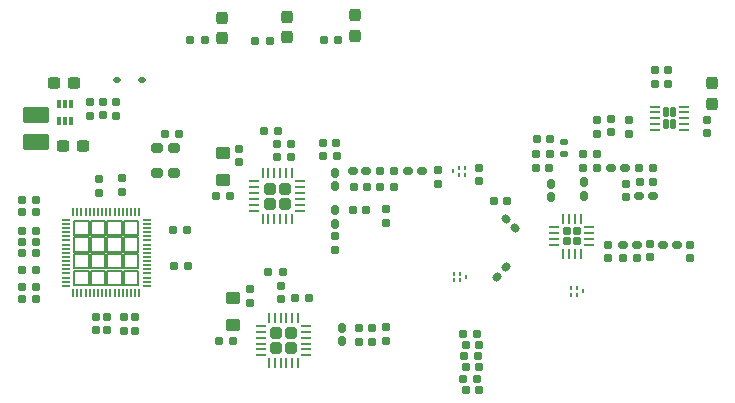
<source format=gbr>
%TF.GenerationSoftware,KiCad,Pcbnew,9.0.1-9.0.1-0~ubuntu24.04.1*%
%TF.CreationDate,2025-04-20T16:10:43+07:00*%
%TF.ProjectId,Gateway PCB v2,47617465-7761-4792-9050-43422076322e,rev?*%
%TF.SameCoordinates,Original*%
%TF.FileFunction,Paste,Top*%
%TF.FilePolarity,Positive*%
%FSLAX46Y46*%
G04 Gerber Fmt 4.6, Leading zero omitted, Abs format (unit mm)*
G04 Created by KiCad (PCBNEW 9.0.1-9.0.1-0~ubuntu24.04.1) date 2025-04-20 16:10:43*
%MOMM*%
%LPD*%
G01*
G04 APERTURE LIST*
G04 Aperture macros list*
%AMRoundRect*
0 Rectangle with rounded corners*
0 $1 Rounding radius*
0 $2 $3 $4 $5 $6 $7 $8 $9 X,Y pos of 4 corners*
0 Add a 4 corners polygon primitive as box body*
4,1,4,$2,$3,$4,$5,$6,$7,$8,$9,$2,$3,0*
0 Add four circle primitives for the rounded corners*
1,1,$1+$1,$2,$3*
1,1,$1+$1,$4,$5*
1,1,$1+$1,$6,$7*
1,1,$1+$1,$8,$9*
0 Add four rect primitives between the rounded corners*
20,1,$1+$1,$2,$3,$4,$5,0*
20,1,$1+$1,$4,$5,$6,$7,0*
20,1,$1+$1,$6,$7,$8,$9,0*
20,1,$1+$1,$8,$9,$2,$3,0*%
G04 Aperture macros list end*
%ADD10C,0.152400*%
%ADD11RoundRect,0.250000X-0.350000X0.275000X-0.350000X-0.275000X0.350000X-0.275000X0.350000X0.275000X0*%
%ADD12RoundRect,0.155000X-0.155000X0.212500X-0.155000X-0.212500X0.155000X-0.212500X0.155000X0.212500X0*%
%ADD13RoundRect,0.160000X-0.197500X-0.160000X0.197500X-0.160000X0.197500X0.160000X-0.197500X0.160000X0*%
%ADD14RoundRect,0.155000X-0.212500X-0.155000X0.212500X-0.155000X0.212500X0.155000X-0.212500X0.155000X0*%
%ADD15RoundRect,0.147500X0.172500X-0.147500X0.172500X0.147500X-0.172500X0.147500X-0.172500X-0.147500X0*%
%ADD16R,0.250000X0.325000*%
%ADD17RoundRect,0.250001X-0.849999X0.462499X-0.849999X-0.462499X0.849999X-0.462499X0.849999X0.462499X0*%
%ADD18RoundRect,0.155000X0.212500X0.155000X-0.212500X0.155000X-0.212500X-0.155000X0.212500X-0.155000X0*%
%ADD19RoundRect,0.250000X-0.255000X0.255000X-0.255000X-0.255000X0.255000X-0.255000X0.255000X0.255000X0*%
%ADD20RoundRect,0.062500X-0.062500X0.375000X-0.062500X-0.375000X0.062500X-0.375000X0.062500X0.375000X0*%
%ADD21RoundRect,0.062500X-0.375000X0.062500X-0.375000X-0.062500X0.375000X-0.062500X0.375000X0.062500X0*%
%ADD22RoundRect,0.237500X-0.237500X0.287500X-0.237500X-0.287500X0.237500X-0.287500X0.237500X0.287500X0*%
%ADD23RoundRect,0.237500X0.300000X0.237500X-0.300000X0.237500X-0.300000X-0.237500X0.300000X-0.237500X0*%
%ADD24RoundRect,0.160000X0.160000X-0.222500X0.160000X0.222500X-0.160000X0.222500X-0.160000X-0.222500X0*%
%ADD25RoundRect,0.155000X-0.040659X-0.259862X0.259862X0.040659X0.040659X0.259862X-0.259862X-0.040659X0*%
%ADD26RoundRect,0.160000X0.160000X-0.197500X0.160000X0.197500X-0.160000X0.197500X-0.160000X-0.197500X0*%
%ADD27RoundRect,0.155000X0.155000X-0.212500X0.155000X0.212500X-0.155000X0.212500X-0.155000X-0.212500X0*%
%ADD28RoundRect,0.160000X-0.222500X-0.160000X0.222500X-0.160000X0.222500X0.160000X-0.222500X0.160000X0*%
%ADD29RoundRect,0.120000X-0.120000X-0.285000X0.120000X-0.285000X0.120000X0.285000X-0.120000X0.285000X0*%
%ADD30RoundRect,0.062500X-0.350000X-0.062500X0.350000X-0.062500X0.350000X0.062500X-0.350000X0.062500X0*%
%ADD31RoundRect,0.237500X-0.237500X0.300000X-0.237500X-0.300000X0.237500X-0.300000X0.237500X0.300000X0*%
%ADD32RoundRect,0.155000X-0.259862X0.040659X0.040659X-0.259862X0.259862X-0.040659X-0.040659X0.259862X0*%
%ADD33RoundRect,0.200000X-0.300000X-0.200000X0.300000X-0.200000X0.300000X0.200000X-0.300000X0.200000X0*%
%ADD34RoundRect,0.112500X-0.187500X-0.112500X0.187500X-0.112500X0.187500X0.112500X-0.187500X0.112500X0*%
%ADD35RoundRect,0.177500X-0.177500X-0.177500X0.177500X-0.177500X0.177500X0.177500X-0.177500X0.177500X0*%
%ADD36RoundRect,0.062500X-0.325000X-0.062500X0.325000X-0.062500X0.325000X0.062500X-0.325000X0.062500X0*%
%ADD37RoundRect,0.062500X-0.062500X-0.325000X0.062500X-0.325000X0.062500X0.325000X-0.062500X0.325000X0*%
%ADD38R,0.736600X0.177800*%
%ADD39R,0.762000X0.177800*%
%ADD40R,0.177800X0.736600*%
%ADD41R,0.177800X0.762000*%
%ADD42RoundRect,0.160000X0.197500X0.160000X-0.197500X0.160000X-0.197500X-0.160000X0.197500X-0.160000X0*%
%ADD43RoundRect,0.160000X-0.160000X0.222500X-0.160000X-0.222500X0.160000X-0.222500X0.160000X0.222500X0*%
%ADD44RoundRect,0.087500X-0.087500X0.250000X-0.087500X-0.250000X0.087500X-0.250000X0.087500X0.250000X0*%
%ADD45RoundRect,0.160000X-0.160000X0.197500X-0.160000X-0.197500X0.160000X-0.197500X0.160000X0.197500X0*%
G04 APERTURE END LIST*
D10*
%TO.C,U1*%
X77020800Y-80475800D02*
X77020800Y-81679150D01*
X77020800Y-81679150D02*
X78224150Y-81679150D01*
X77020800Y-81879150D02*
X77020800Y-83082500D01*
X77020800Y-83082500D02*
X78224150Y-83082500D01*
X77020800Y-83282500D02*
X77020800Y-84485850D01*
X77020800Y-84485850D02*
X78224150Y-84485850D01*
X77020800Y-84685850D02*
X77020800Y-85889200D01*
X77020800Y-85889200D02*
X78224150Y-85889200D01*
X78224150Y-80475800D02*
X77020800Y-80475800D01*
X78224150Y-81679150D02*
X78224150Y-80475800D01*
X78224150Y-81879150D02*
X77020800Y-81879150D01*
X78224150Y-83082500D02*
X78224150Y-81879150D01*
X78224150Y-83282500D02*
X77020800Y-83282500D01*
X78224150Y-84485850D02*
X78224150Y-83282500D01*
X78224150Y-84685850D02*
X77020800Y-84685850D01*
X78224150Y-85889200D02*
X78224150Y-84685850D01*
X78424150Y-80475800D02*
X78424150Y-81679150D01*
X78424150Y-81679150D02*
X79627500Y-81679150D01*
X78424150Y-81879150D02*
X78424150Y-83082500D01*
X78424150Y-83082500D02*
X79627500Y-83082500D01*
X78424150Y-83282500D02*
X78424150Y-84485850D01*
X78424150Y-84485850D02*
X79627500Y-84485850D01*
X78424150Y-84685850D02*
X78424150Y-85889200D01*
X78424150Y-85889200D02*
X79627500Y-85889200D01*
X79627500Y-80475800D02*
X78424150Y-80475800D01*
X79627500Y-81679150D02*
X79627500Y-80475800D01*
X79627500Y-81879150D02*
X78424150Y-81879150D01*
X79627500Y-83082500D02*
X79627500Y-81879150D01*
X79627500Y-83282500D02*
X78424150Y-83282500D01*
X79627500Y-84485850D02*
X79627500Y-83282500D01*
X79627500Y-84685850D02*
X78424150Y-84685850D01*
X79627500Y-85889200D02*
X79627500Y-84685850D01*
X79827500Y-80475800D02*
X79827500Y-81679150D01*
X79827500Y-81679150D02*
X81030850Y-81679150D01*
X79827500Y-81879150D02*
X79827500Y-83082500D01*
X79827500Y-83082500D02*
X81030850Y-83082500D01*
X79827500Y-83282500D02*
X79827500Y-84485850D01*
X79827500Y-84485850D02*
X81030850Y-84485850D01*
X79827500Y-84685850D02*
X79827500Y-85889200D01*
X79827500Y-85889200D02*
X81030850Y-85889200D01*
X81030850Y-80475800D02*
X79827500Y-80475800D01*
X81030850Y-81679150D02*
X81030850Y-80475800D01*
X81030850Y-81879150D02*
X79827500Y-81879150D01*
X81030850Y-83082500D02*
X81030850Y-81879150D01*
X81030850Y-83282500D02*
X79827500Y-83282500D01*
X81030850Y-84485850D02*
X81030850Y-83282500D01*
X81030850Y-84685850D02*
X79827500Y-84685850D01*
X81030850Y-85889200D02*
X81030850Y-84685850D01*
X81230850Y-80475800D02*
X81230850Y-81679150D01*
X81230850Y-81679150D02*
X82434200Y-81679150D01*
X81230850Y-81879150D02*
X81230850Y-83082500D01*
X81230850Y-83082500D02*
X82434200Y-83082500D01*
X81230850Y-83282500D02*
X81230850Y-84485850D01*
X81230850Y-84485850D02*
X82434200Y-84485850D01*
X81230850Y-84685850D02*
X81230850Y-85889200D01*
X81230850Y-85889200D02*
X82434200Y-85889200D01*
X82434200Y-80475800D02*
X81230850Y-80475800D01*
X82434200Y-81679150D02*
X82434200Y-80475800D01*
X82434200Y-81879150D02*
X81230850Y-81879150D01*
X82434200Y-83082500D02*
X82434200Y-81879150D01*
X82434200Y-83282500D02*
X81230850Y-83282500D01*
X82434200Y-84485850D02*
X82434200Y-83282500D01*
X82434200Y-84685850D02*
X81230850Y-84685850D01*
X82434200Y-85889200D02*
X82434200Y-84685850D01*
%TD*%
D11*
%TO.C,L10*%
X90462500Y-87012500D03*
X90462500Y-89312500D03*
%TD*%
D12*
%TO.C,C45*%
X82127500Y-88655000D03*
X82127500Y-89790000D03*
%TD*%
D13*
%TO.C,R8*%
X72587500Y-84645000D03*
X73782500Y-84645000D03*
%TD*%
D14*
%TO.C,C35*%
X110190000Y-90977500D03*
X111325000Y-90977500D03*
%TD*%
D15*
%TO.C,FL4*%
X118507500Y-74780000D03*
X118507500Y-73810000D03*
%TD*%
D12*
%TO.C,C22*%
X125750000Y-82445000D03*
X125750000Y-83580000D03*
%TD*%
D13*
%TO.C,R11*%
X109980000Y-91930000D03*
X111175000Y-91930000D03*
%TD*%
D16*
%TO.C,FL2*%
X109085000Y-76282500D03*
X109585000Y-76570000D03*
X110085000Y-76570000D03*
X110085000Y-75995000D03*
X109585000Y-75995000D03*
%TD*%
D17*
%TO.C,PL1*%
X73787500Y-71487500D03*
X73787500Y-73812500D03*
%TD*%
D13*
%TO.C,R9*%
X109950000Y-90045000D03*
X111145000Y-90045000D03*
%TD*%
D18*
%TO.C,C48*%
X73757500Y-87097500D03*
X72622500Y-87097500D03*
%TD*%
D19*
%TO.C,U3*%
X95362500Y-89992500D03*
X94112500Y-89992500D03*
X95362500Y-91242500D03*
X94112500Y-91242500D03*
D20*
X95987500Y-88680000D03*
X95487500Y-88680000D03*
X94987500Y-88680000D03*
X94487500Y-88680000D03*
X93987500Y-88680000D03*
X93487500Y-88680000D03*
D21*
X92800000Y-89367500D03*
X92800000Y-89867500D03*
X92800000Y-90367500D03*
X92800000Y-90867500D03*
X92800000Y-91367500D03*
X92800000Y-91867500D03*
D20*
X93487500Y-92555000D03*
X93987500Y-92555000D03*
X94487500Y-92555000D03*
X94987500Y-92555000D03*
X95487500Y-92555000D03*
X95987500Y-92555000D03*
D21*
X96675000Y-91867500D03*
X96675000Y-91367500D03*
X96675000Y-90867500D03*
X96675000Y-90367500D03*
X96675000Y-89867500D03*
X96675000Y-89367500D03*
%TD*%
D22*
%TO.C,D3*%
X89500000Y-63270000D03*
X89500000Y-65020000D03*
%TD*%
D23*
%TO.C,C40*%
X77800000Y-74145000D03*
X76075000Y-74145000D03*
%TD*%
D18*
%TO.C,C52*%
X73765000Y-81306250D03*
X72630000Y-81306250D03*
%TD*%
D24*
%TO.C,L14*%
X120207500Y-78365000D03*
X120207500Y-77220000D03*
%TD*%
D25*
%TO.C,C34*%
X112786217Y-85212500D03*
X113588783Y-84409934D03*
%TD*%
D18*
%TO.C,C50*%
X73767500Y-86087500D03*
X72632500Y-86087500D03*
%TD*%
D13*
%TO.C,R18*%
X72587500Y-83232300D03*
X73782500Y-83232300D03*
%TD*%
D14*
%TO.C,C4*%
X102920000Y-77580000D03*
X104055000Y-77580000D03*
%TD*%
%TO.C,C3*%
X100700000Y-77580000D03*
X101835000Y-77580000D03*
%TD*%
%TO.C,C13*%
X101095000Y-89542500D03*
X102230000Y-89542500D03*
%TD*%
D26*
%TO.C,R15*%
X123987500Y-73110000D03*
X123987500Y-71915000D03*
%TD*%
D27*
%TO.C,C53*%
X81087500Y-78012875D03*
X81087500Y-76877875D03*
%TD*%
D14*
%TO.C,C54*%
X85487500Y-84312500D03*
X86622500Y-84312500D03*
%TD*%
D27*
%TO.C,C57*%
X99087500Y-82927500D03*
X99087500Y-81792500D03*
%TD*%
D18*
%TO.C,C19*%
X117277500Y-74780000D03*
X116142500Y-74780000D03*
%TD*%
%TO.C,C20*%
X117307500Y-73580000D03*
X116172500Y-73580000D03*
%TD*%
D14*
%TO.C,C26*%
X120120000Y-75980000D03*
X121255000Y-75980000D03*
%TD*%
D28*
%TO.C,L4*%
X105315000Y-76280000D03*
X106460000Y-76280000D03*
%TD*%
D27*
%TO.C,C60*%
X91887500Y-87412500D03*
X91887500Y-86277500D03*
%TD*%
D14*
%TO.C,C2*%
X98080000Y-73880000D03*
X99215000Y-73880000D03*
%TD*%
D13*
%TO.C,R10*%
X109940000Y-93845000D03*
X111135000Y-93845000D03*
%TD*%
D12*
%TO.C,C14*%
X103387500Y-89485000D03*
X103387500Y-90620000D03*
%TD*%
D13*
%TO.C,R16*%
X72570001Y-79714000D03*
X73765001Y-79714000D03*
%TD*%
D14*
%TO.C,C46*%
X85413250Y-81212500D03*
X86548250Y-81212500D03*
%TD*%
%TO.C,C24*%
X123515000Y-83662500D03*
X124650000Y-83662500D03*
%TD*%
D27*
%TO.C,C42*%
X122487500Y-72980000D03*
X122487500Y-71845000D03*
%TD*%
D14*
%TO.C,C17*%
X95727500Y-87042500D03*
X96862500Y-87042500D03*
%TD*%
D27*
%TO.C,C10*%
X90987500Y-75500000D03*
X90987500Y-74365000D03*
%TD*%
D29*
%TO.C,U6*%
X127115000Y-71305000D03*
X127115000Y-72305000D03*
X127715000Y-71305000D03*
X127715000Y-72305000D03*
D30*
X126202500Y-70805000D03*
X126202500Y-71305000D03*
X126202500Y-71805000D03*
X126202500Y-72305000D03*
X126202500Y-72805000D03*
X128627500Y-72805000D03*
X128627500Y-72305000D03*
X128627500Y-71805000D03*
X128627500Y-71305000D03*
X128627500Y-70805000D03*
%TD*%
D26*
%TO.C,R14*%
X121290000Y-73110000D03*
X121290000Y-71915000D03*
%TD*%
D14*
%TO.C,C25*%
X120120000Y-74780000D03*
X121255000Y-74780000D03*
%TD*%
D18*
%TO.C,C8*%
X90175000Y-78412500D03*
X89040000Y-78412500D03*
%TD*%
D31*
%TO.C,C38*%
X130987500Y-68850000D03*
X130987500Y-70575000D03*
%TD*%
D16*
%TO.C,FL3*%
X110202500Y-85230000D03*
X109702500Y-84942500D03*
X109202500Y-84942500D03*
X109202500Y-85517500D03*
X109702500Y-85517500D03*
%TD*%
D12*
%TO.C,C30*%
X111287500Y-76012500D03*
X111287500Y-77147500D03*
%TD*%
D27*
%TO.C,C9*%
X95387500Y-75067500D03*
X95387500Y-73932500D03*
%TD*%
D14*
%TO.C,C28*%
X124862500Y-75985000D03*
X125997500Y-75985000D03*
%TD*%
D32*
%TO.C,C32*%
X113535628Y-80290628D03*
X114338194Y-81093194D03*
%TD*%
D14*
%TO.C,C33*%
X102920000Y-76280000D03*
X104055000Y-76280000D03*
%TD*%
D18*
%TO.C,C44*%
X127302500Y-67665000D03*
X126167500Y-67665000D03*
%TD*%
D28*
%TO.C,L13*%
X126905000Y-82560000D03*
X128050000Y-82560000D03*
%TD*%
D18*
%TO.C,C51*%
X73747500Y-82266250D03*
X72612500Y-82266250D03*
%TD*%
D33*
%TO.C,X1*%
X84050000Y-74350000D03*
X84050000Y-76450000D03*
X85450000Y-76450000D03*
X85450000Y-74350000D03*
%TD*%
D34*
%TO.C,D4*%
X80637500Y-68512500D03*
X82737500Y-68512500D03*
%TD*%
D35*
%TO.C,U4*%
X118697500Y-81342500D03*
X118697500Y-82222500D03*
X119577500Y-81342500D03*
X119577500Y-82222500D03*
D36*
X117675000Y-81032500D03*
X117675000Y-81532500D03*
X117675000Y-82032500D03*
X117675000Y-82532500D03*
D37*
X118387500Y-83245000D03*
X118887500Y-83245000D03*
X119387500Y-83245000D03*
X119887500Y-83245000D03*
D36*
X120600000Y-82532500D03*
X120600000Y-82032500D03*
X120600000Y-81532500D03*
X120600000Y-81032500D03*
D37*
X119887500Y-80320000D03*
X119387500Y-80320000D03*
X118887500Y-80320000D03*
X118387500Y-80320000D03*
%TD*%
D38*
%TO.C,U1*%
X76285800Y-80382501D03*
D39*
X76298500Y-80732500D03*
X76298500Y-81082499D03*
X76298500Y-81432498D03*
X76298500Y-81782500D03*
X76298500Y-82132500D03*
X76298500Y-82482499D03*
X76298500Y-82832501D03*
X76298500Y-83182500D03*
X76298500Y-83532499D03*
X76298500Y-83882501D03*
X76298500Y-84232500D03*
X76298500Y-84582500D03*
X76298500Y-84932499D03*
X76298500Y-85282501D03*
X76298500Y-85632500D03*
D38*
X76285800Y-85982499D03*
D40*
X76927501Y-86624200D03*
D41*
X77277500Y-86611500D03*
X77627499Y-86611500D03*
X77977498Y-86611500D03*
X78327500Y-86611500D03*
X78677500Y-86611500D03*
X79027499Y-86611500D03*
X79377501Y-86611500D03*
X79727500Y-86611500D03*
X80077499Y-86611500D03*
X80427501Y-86611500D03*
X80777500Y-86611500D03*
X81127500Y-86611500D03*
X81477499Y-86611500D03*
X81827501Y-86611500D03*
X82177500Y-86611500D03*
D40*
X82527499Y-86624200D03*
D38*
X83169200Y-85982499D03*
D39*
X83156500Y-85632500D03*
X83156500Y-85282501D03*
X83156500Y-84932502D03*
X83156500Y-84582500D03*
X83156500Y-84232500D03*
X83156500Y-83882501D03*
X83156500Y-83532499D03*
X83156500Y-83182500D03*
X83156500Y-82832501D03*
X83156500Y-82482499D03*
X83156500Y-82132500D03*
X83156500Y-81782500D03*
X83156500Y-81432501D03*
X83156500Y-81082499D03*
X83156500Y-80732500D03*
D38*
X83169200Y-80382501D03*
D40*
X82527499Y-79740800D03*
D41*
X82177500Y-79753500D03*
X81827501Y-79753500D03*
X81477502Y-79753500D03*
X81127500Y-79753500D03*
X80777500Y-79753500D03*
X80427501Y-79753500D03*
X80077499Y-79753500D03*
X79727500Y-79753500D03*
X79377501Y-79753500D03*
X79027499Y-79753500D03*
X78677500Y-79753500D03*
X78327500Y-79753500D03*
X77977501Y-79753500D03*
X77627499Y-79753500D03*
X77277500Y-79753500D03*
D40*
X76927501Y-79740800D03*
%TD*%
D19*
%TO.C,U2*%
X94837500Y-77770000D03*
X93587500Y-77770000D03*
X94837500Y-79020000D03*
X93587500Y-79020000D03*
D20*
X95462500Y-76457500D03*
X94962500Y-76457500D03*
X94462500Y-76457500D03*
X93962500Y-76457500D03*
X93462500Y-76457500D03*
X92962500Y-76457500D03*
D21*
X92275000Y-77145000D03*
X92275000Y-77645000D03*
X92275000Y-78145000D03*
X92275000Y-78645000D03*
X92275000Y-79145000D03*
X92275000Y-79645000D03*
D20*
X92962500Y-80332500D03*
X93462500Y-80332500D03*
X93962500Y-80332500D03*
X94462500Y-80332500D03*
X94962500Y-80332500D03*
X95462500Y-80332500D03*
D21*
X96150000Y-79645000D03*
X96150000Y-79145000D03*
X96150000Y-78645000D03*
X96150000Y-78145000D03*
X96150000Y-77645000D03*
X96150000Y-77145000D03*
%TD*%
D28*
%TO.C,L16*%
X124870000Y-78395000D03*
X126015000Y-78395000D03*
%TD*%
D12*
%TO.C,C7*%
X103387500Y-79512500D03*
X103387500Y-80647500D03*
%TD*%
D13*
%TO.C,R3*%
X86855000Y-65145000D03*
X88050000Y-65145000D03*
%TD*%
D42*
%TO.C,R17*%
X73772501Y-78734000D03*
X72577501Y-78734000D03*
%TD*%
D18*
%TO.C,C15*%
X85855000Y-73112500D03*
X84720000Y-73112500D03*
%TD*%
%TO.C,C31*%
X113677500Y-78780000D03*
X112542500Y-78780000D03*
%TD*%
D43*
%TO.C,L5*%
X99087500Y-79580000D03*
X99087500Y-80725000D03*
%TD*%
D22*
%TO.C,D1*%
X100800000Y-63090000D03*
X100800000Y-64840000D03*
%TD*%
D18*
%TO.C,C16*%
X90430000Y-90642500D03*
X89295000Y-90642500D03*
%TD*%
D12*
%TO.C,C21*%
X122250000Y-82510000D03*
X122250000Y-83645000D03*
%TD*%
D28*
%TO.C,L15*%
X122477500Y-75985000D03*
X123622500Y-75985000D03*
%TD*%
D24*
%TO.C,L11*%
X117407500Y-78485000D03*
X117407500Y-77340000D03*
%TD*%
D12*
%TO.C,C56*%
X79787500Y-88612500D03*
X79787500Y-89747500D03*
%TD*%
D14*
%TO.C,C37*%
X110170000Y-94777500D03*
X111305000Y-94777500D03*
%TD*%
D12*
%TO.C,C5*%
X107787500Y-76212500D03*
X107787500Y-77347500D03*
%TD*%
D14*
%TO.C,C6*%
X100620000Y-79580000D03*
X101755000Y-79580000D03*
%TD*%
D13*
%TO.C,R1*%
X98152500Y-65145000D03*
X99347500Y-65145000D03*
%TD*%
D14*
%TO.C,C1*%
X98100000Y-74980000D03*
X99235000Y-74980000D03*
%TD*%
D42*
%TO.C,R5*%
X94275000Y-72880000D03*
X93080000Y-72880000D03*
%TD*%
%TO.C,R6*%
X94650000Y-84842500D03*
X93455000Y-84842500D03*
%TD*%
D23*
%TO.C,C39*%
X76997500Y-68770000D03*
X75272500Y-68770000D03*
%TD*%
D18*
%TO.C,C58*%
X102230000Y-90742500D03*
X101095000Y-90742500D03*
%TD*%
D12*
%TO.C,C49*%
X81187500Y-88645000D03*
X81187500Y-89780000D03*
%TD*%
D28*
%TO.C,L12*%
X123497500Y-82560000D03*
X124642500Y-82560000D03*
%TD*%
D14*
%TO.C,C27*%
X124882500Y-77185000D03*
X126017500Y-77185000D03*
%TD*%
D18*
%TO.C,C18*%
X117242500Y-75980000D03*
X116107500Y-75980000D03*
%TD*%
D14*
%TO.C,C36*%
X110190000Y-92877500D03*
X111325000Y-92877500D03*
%TD*%
D44*
%TO.C,U7*%
X76750000Y-70620000D03*
X76250000Y-70620000D03*
X75750000Y-70620000D03*
X75750000Y-72045000D03*
X76250000Y-72045000D03*
X76750000Y-72045000D03*
%TD*%
D26*
%TO.C,R13*%
X78367500Y-71595000D03*
X78367500Y-70400000D03*
%TD*%
D45*
%TO.C,R12*%
X80567500Y-70390000D03*
X80567500Y-71585000D03*
%TD*%
D22*
%TO.C,D2*%
X95050000Y-63195000D03*
X95050000Y-64945000D03*
%TD*%
D27*
%TO.C,C47*%
X79087500Y-78094000D03*
X79087500Y-76959000D03*
%TD*%
%TO.C,C12*%
X94562500Y-87130000D03*
X94562500Y-85995000D03*
%TD*%
D18*
%TO.C,C43*%
X127302500Y-68905000D03*
X126167500Y-68905000D03*
%TD*%
D27*
%TO.C,C29*%
X123750000Y-78480000D03*
X123750000Y-77345000D03*
%TD*%
D13*
%TO.C,R2*%
X92355000Y-65245000D03*
X93550000Y-65245000D03*
%TD*%
D12*
%TO.C,C23*%
X129150000Y-82492500D03*
X129150000Y-83627500D03*
%TD*%
D16*
%TO.C,FL1*%
X120100000Y-86445000D03*
X119600000Y-86157500D03*
X119100000Y-86157500D03*
X119100000Y-86732500D03*
X119600000Y-86732500D03*
%TD*%
D27*
%TO.C,C11*%
X94187500Y-75067500D03*
X94187500Y-73932500D03*
%TD*%
%TO.C,C41*%
X130587500Y-73080000D03*
X130587500Y-71945000D03*
%TD*%
D28*
%TO.C,L3*%
X100615000Y-76280000D03*
X101760000Y-76280000D03*
%TD*%
D43*
%TO.C,L2*%
X99087500Y-76407500D03*
X99087500Y-77552500D03*
%TD*%
D12*
%TO.C,C55*%
X78857500Y-88612500D03*
X78857500Y-89747500D03*
%TD*%
D11*
%TO.C,L6*%
X89587500Y-74762500D03*
X89587500Y-77062500D03*
%TD*%
D43*
%TO.C,L8*%
X99662500Y-89542500D03*
X99662500Y-90687500D03*
%TD*%
D27*
%TO.C,C28*%
X79467500Y-71545000D03*
X79467500Y-70410000D03*
%TD*%
M02*

</source>
